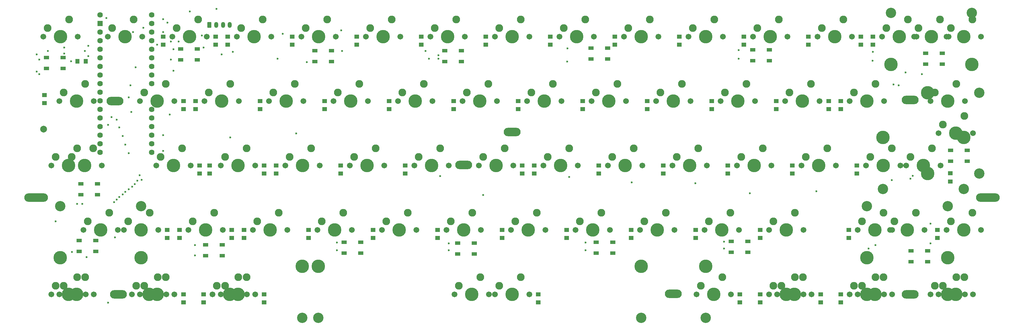
<source format=gbr>
%TF.GenerationSoftware,KiCad,Pcbnew,(6.0.7-1)-1*%
%TF.CreationDate,2022-08-17T06:23:28+02:00*%
%TF.ProjectId,plain60-flex-edition,706c6169-6e36-4302-9d66-6c65782d6564,rev?*%
%TF.SameCoordinates,Original*%
%TF.FileFunction,Soldermask,Bot*%
%TF.FilePolarity,Negative*%
%FSLAX46Y46*%
G04 Gerber Fmt 4.6, Leading zero omitted, Abs format (unit mm)*
G04 Created by KiCad (PCBNEW (6.0.7-1)-1) date 2022-08-17 06:23:28*
%MOMM*%
%LPD*%
G01*
G04 APERTURE LIST*
G04 Aperture macros list*
%AMRoundRect*
0 Rectangle with rounded corners*
0 $1 Rounding radius*
0 $2 $3 $4 $5 $6 $7 $8 $9 X,Y pos of 4 corners*
0 Add a 4 corners polygon primitive as box body*
4,1,4,$2,$3,$4,$5,$6,$7,$8,$9,$2,$3,0*
0 Add four circle primitives for the rounded corners*
1,1,$1+$1,$2,$3*
1,1,$1+$1,$4,$5*
1,1,$1+$1,$6,$7*
1,1,$1+$1,$8,$9*
0 Add four rect primitives between the rounded corners*
20,1,$1+$1,$2,$3,$4,$5,0*
20,1,$1+$1,$4,$5,$6,$7,0*
20,1,$1+$1,$6,$7,$8,$9,0*
20,1,$1+$1,$8,$9,$2,$3,0*%
G04 Aperture macros list end*
%ADD10C,1.701800*%
%ADD11C,3.987800*%
%ADD12C,2.286000*%
%ADD13C,3.048000*%
%ADD14O,7.000000X2.500000*%
%ADD15O,5.000000X2.500000*%
%ADD16R,1.400000X1.200000*%
%ADD17C,2.000000*%
%ADD18R,1.200000X1.400000*%
%ADD19R,1.500000X1.000000*%
%ADD20RoundRect,0.250000X-0.350000X-0.625000X0.350000X-0.625000X0.350000X0.625000X-0.350000X0.625000X0*%
%ADD21O,1.200000X1.750000*%
%ADD22C,1.625600*%
%ADD23RoundRect,0.025400X0.736600X0.736600X-0.736600X0.736600X-0.736600X-0.736600X0.736600X-0.736600X0*%
%ADD24C,0.600000*%
G04 APERTURE END LIST*
D10*
%TO.C,K19*%
X71120000Y-28575000D03*
X81280000Y-28575000D03*
D11*
X76200000Y-28575000D03*
D12*
X78740000Y-23495000D03*
X72390000Y-26035000D03*
%TD*%
D10*
%TO.C,K20*%
X90170000Y-28575000D03*
X100330000Y-28575000D03*
D11*
X95250000Y-28575000D03*
D12*
X97790000Y-23495000D03*
X91440000Y-26035000D03*
%TD*%
D10*
%TO.C,K23*%
X157480000Y-28575000D03*
X147320000Y-28575000D03*
D11*
X152400000Y-28575000D03*
D12*
X154940000Y-23495000D03*
X148590000Y-26035000D03*
%TD*%
D11*
%TO.C,K24*%
X171450000Y-28575000D03*
D10*
X176530000Y-28575000D03*
X166370000Y-28575000D03*
D12*
X173990000Y-23495000D03*
X167640000Y-26035000D03*
%TD*%
D11*
%TO.C,K17*%
X38100000Y-28575000D03*
D10*
X33020000Y-28575000D03*
X43180000Y-28575000D03*
D12*
X40640000Y-23495000D03*
X34290000Y-26035000D03*
%TD*%
D10*
%TO.C,K22*%
X128270000Y-28575000D03*
X138430000Y-28575000D03*
D11*
X133350000Y-28575000D03*
D12*
X135890000Y-23495000D03*
X129540000Y-26035000D03*
%TD*%
D11*
%TO.C,K21*%
X114300000Y-28575000D03*
D10*
X109220000Y-28575000D03*
X119380000Y-28575000D03*
D12*
X116840000Y-23495000D03*
X110490000Y-26035000D03*
%TD*%
D10*
%TO.C,K18*%
X52070000Y-28575000D03*
X62230000Y-28575000D03*
D11*
X57150000Y-28575000D03*
D12*
X59690000Y-23495000D03*
X53340000Y-26035000D03*
%TD*%
%TO.C,K16*%
X10477500Y-26035000D03*
X16827500Y-23495000D03*
D10*
X19367500Y-28575000D03*
X9207500Y-28575000D03*
D11*
X14287500Y-28575000D03*
%TD*%
D13*
%TO.C,K15*%
X254762000Y-2540000D03*
D11*
X266700000Y-9525000D03*
D13*
X278638000Y-2540000D03*
D10*
X261620000Y-9525000D03*
D11*
X278638000Y-17780000D03*
X254762000Y-17780000D03*
D10*
X271780000Y-9525000D03*
D12*
X269240000Y-4445000D03*
X262890000Y-6985000D03*
%TD*%
D10*
%TO.C,K8*%
X147955000Y-9525000D03*
X137795000Y-9525000D03*
D11*
X142875000Y-9525000D03*
D12*
X145415000Y-4445000D03*
X139065000Y-6985000D03*
%TD*%
D10*
%TO.C,K10*%
X186055000Y-9525000D03*
X175895000Y-9525000D03*
D11*
X180975000Y-9525000D03*
D12*
X183515000Y-4445000D03*
X177165000Y-6985000D03*
%TD*%
D11*
%TO.C,K14*%
X257175000Y-9525000D03*
D10*
X252095000Y-9525000D03*
X262255000Y-9525000D03*
D12*
X259715000Y-4445000D03*
X253365000Y-6985000D03*
%TD*%
D10*
%TO.C,K5*%
X80645000Y-9525000D03*
D11*
X85725000Y-9525000D03*
D10*
X90805000Y-9525000D03*
D12*
X88265000Y-4445000D03*
X81915000Y-6985000D03*
%TD*%
D10*
%TO.C,K13*%
X233045000Y-9525000D03*
D11*
X238125000Y-9525000D03*
D10*
X243205000Y-9525000D03*
D12*
X240665000Y-4445000D03*
X234315000Y-6985000D03*
%TD*%
D11*
%TO.C,K12*%
X219075000Y-9525000D03*
D10*
X224155000Y-9525000D03*
X213995000Y-9525000D03*
D12*
X221615000Y-4445000D03*
X215265000Y-6985000D03*
%TD*%
D10*
%TO.C,K11*%
X205105000Y-9525000D03*
D11*
X200025000Y-9525000D03*
D10*
X194945000Y-9525000D03*
D12*
X202565000Y-4445000D03*
X196215000Y-6985000D03*
%TD*%
D10*
%TO.C,K9*%
X167005000Y-9525000D03*
X156845000Y-9525000D03*
D11*
X161925000Y-9525000D03*
D12*
X164465000Y-4445000D03*
X158115000Y-6985000D03*
%TD*%
D10*
%TO.C,K7*%
X128905000Y-9525000D03*
D11*
X123825000Y-9525000D03*
D10*
X118745000Y-9525000D03*
D12*
X126365000Y-4445000D03*
X120015000Y-6985000D03*
%TD*%
D11*
%TO.C,K6*%
X104775000Y-9525000D03*
D10*
X99695000Y-9525000D03*
X109855000Y-9525000D03*
D12*
X107315000Y-4445000D03*
X100965000Y-6985000D03*
%TD*%
D10*
%TO.C,K4*%
X71755000Y-9525000D03*
D11*
X66675000Y-9525000D03*
D10*
X61595000Y-9525000D03*
D12*
X69215000Y-4445000D03*
X62865000Y-6985000D03*
%TD*%
D10*
%TO.C,K2*%
X33655000Y-9525000D03*
X23495000Y-9525000D03*
D11*
X28575000Y-9525000D03*
D12*
X31115000Y-4445000D03*
X24765000Y-6985000D03*
%TD*%
D11*
%TO.C,K1*%
X9525000Y-9525000D03*
D10*
X4445000Y-9525000D03*
X14605000Y-9525000D03*
D12*
X12065000Y-4445000D03*
X5715000Y-6985000D03*
%TD*%
D11*
%TO.C,K3*%
X47625000Y-9525000D03*
D10*
X42545000Y-9525000D03*
X52705000Y-9525000D03*
D12*
X50165000Y-4445000D03*
X43815000Y-6985000D03*
%TD*%
D10*
%TO.C,K62-1*%
X43180000Y-85725000D03*
D11*
X38100000Y-85725000D03*
D10*
X33020000Y-85725000D03*
D12*
X40640000Y-80645000D03*
X34290000Y-83185000D03*
%TD*%
D10*
%TO.C,K71*%
X197326250Y-85725000D03*
D11*
X202406250Y-85725000D03*
D10*
X207486250Y-85725000D03*
D12*
X204946250Y-80645000D03*
X198596250Y-83185000D03*
%TD*%
D10*
%TO.C,K53*%
X152717500Y-66675000D03*
X142557500Y-66675000D03*
D11*
X147637500Y-66675000D03*
D12*
X150177500Y-61595000D03*
X143827500Y-64135000D03*
%TD*%
D10*
%TO.C,K58-1*%
X244951460Y-66675056D03*
X255111460Y-66675056D03*
D11*
X250031460Y-66675056D03*
D12*
X252571460Y-61595056D03*
X246221460Y-64135056D03*
%TD*%
D11*
%TO.C,K57*%
X223837500Y-66675000D03*
D10*
X228917500Y-66675000D03*
X218757500Y-66675000D03*
D12*
X226377500Y-61595000D03*
X220027500Y-64135000D03*
%TD*%
D10*
%TO.C,K54*%
X171767500Y-66675000D03*
D11*
X166687500Y-66675000D03*
D10*
X161607500Y-66675000D03*
D12*
X169227500Y-61595000D03*
X162877500Y-64135000D03*
%TD*%
D10*
%TO.C,K56*%
X209867500Y-66675000D03*
D11*
X204787500Y-66675000D03*
D10*
X199707500Y-66675000D03*
D12*
X207327500Y-61595000D03*
X200977500Y-64135000D03*
%TD*%
D10*
%TO.C,K52*%
X123507500Y-66675000D03*
D11*
X128587500Y-66675000D03*
D10*
X133667500Y-66675000D03*
D12*
X131127500Y-61595000D03*
X124777500Y-64135000D03*
%TD*%
D10*
%TO.C,K55*%
X190817500Y-66675000D03*
D11*
X185737500Y-66675000D03*
D10*
X180657500Y-66675000D03*
D12*
X188277500Y-61595000D03*
X181927500Y-64135000D03*
%TD*%
D10*
%TO.C,K61-1*%
X19367500Y-85725000D03*
X9207500Y-85725000D03*
D11*
X14287500Y-85725000D03*
D12*
X16827500Y-80645000D03*
X10477500Y-83185000D03*
%TD*%
D11*
%TO.C,K15-1*%
X276225000Y-9525000D03*
D10*
X271145000Y-9525000D03*
X281305000Y-9525000D03*
D12*
X278765000Y-4445000D03*
X272415000Y-6985000D03*
%TD*%
D10*
%TO.C,K74*%
X268763750Y-85725072D03*
X278923750Y-85725072D03*
D11*
X273843750Y-85725072D03*
D12*
X276383750Y-80645072D03*
X270033750Y-83185072D03*
%TD*%
D10*
%TO.C,K73*%
X255111250Y-85725000D03*
D11*
X250031250Y-85725000D03*
D10*
X244951250Y-85725000D03*
D12*
X252571250Y-80645000D03*
X246221250Y-83185000D03*
%TD*%
D10*
%TO.C,K28*%
X252730000Y-28575000D03*
X242570000Y-28575000D03*
D11*
X247650000Y-28575000D03*
D12*
X250190000Y-23495000D03*
X243840000Y-26035000D03*
%TD*%
D10*
%TO.C,K48*%
X47307500Y-66675000D03*
D11*
X52387500Y-66675000D03*
D10*
X57467500Y-66675000D03*
D12*
X54927500Y-61595000D03*
X48577500Y-64135000D03*
%TD*%
D10*
%TO.C,K25*%
X195580000Y-28575000D03*
D11*
X190500000Y-28575000D03*
D10*
X185420000Y-28575000D03*
D12*
X193040000Y-23495000D03*
X186690000Y-26035000D03*
%TD*%
D10*
%TO.C,K36*%
X124142500Y-47625000D03*
D11*
X119062500Y-47625000D03*
D10*
X113982500Y-47625000D03*
D12*
X121602500Y-42545000D03*
X115252500Y-45085000D03*
%TD*%
D10*
%TO.C,K33*%
X66992500Y-47625000D03*
X56832500Y-47625000D03*
D11*
X61912500Y-47625000D03*
D12*
X64452500Y-42545000D03*
X58102500Y-45085000D03*
%TD*%
D10*
%TO.C,K63*%
X54451250Y-85725000D03*
X64611250Y-85725000D03*
D11*
X59531250Y-85725000D03*
D12*
X62071250Y-80645000D03*
X55721250Y-83185000D03*
%TD*%
D13*
%TO.C,K44*%
X252380750Y-54610000D03*
D10*
X269398750Y-47625000D03*
D11*
X276256750Y-39370000D03*
D13*
X276256750Y-54610000D03*
D11*
X264318750Y-47625000D03*
D10*
X259238750Y-47625000D03*
D11*
X252380750Y-39370000D03*
D12*
X266858750Y-42545000D03*
X260508750Y-45085000D03*
%TD*%
D10*
%TO.C,K72*%
X231298750Y-85725000D03*
X221138750Y-85725000D03*
D11*
X226218750Y-85725000D03*
D12*
X228758750Y-80645000D03*
X222408750Y-83185000D03*
%TD*%
D10*
%TO.C,K59*%
X271145000Y-66675000D03*
D11*
X276225000Y-66675000D03*
D10*
X281305000Y-66675000D03*
D12*
X278765000Y-61595000D03*
X272415000Y-64135000D03*
%TD*%
D10*
%TO.C,K39*%
X171132500Y-47625000D03*
X181292500Y-47625000D03*
D11*
X176212500Y-47625000D03*
D12*
X178752500Y-42545000D03*
X172402500Y-45085000D03*
%TD*%
D10*
%TO.C,K61*%
X16986250Y-85725000D03*
D11*
X11906250Y-85725000D03*
D10*
X6826250Y-85725000D03*
D12*
X14446250Y-80645000D03*
X8096250Y-83185000D03*
%TD*%
D11*
%TO.C,K29*%
X271462500Y-28575000D03*
D10*
X266382500Y-28575000D03*
X276542500Y-28575000D03*
D12*
X274002500Y-23495000D03*
X267652500Y-26035000D03*
%TD*%
D10*
%TO.C,K27*%
X223520000Y-28575000D03*
X233680000Y-28575000D03*
D11*
X228600000Y-28575000D03*
D12*
X231140000Y-23495000D03*
X224790000Y-26035000D03*
%TD*%
D10*
%TO.C,K63-1*%
X56832500Y-85725000D03*
D11*
X61912500Y-85725000D03*
D10*
X66992500Y-85725000D03*
D12*
X64452500Y-80645000D03*
X58102500Y-83185000D03*
%TD*%
D10*
%TO.C,K50*%
X85407500Y-66675000D03*
X95567500Y-66675000D03*
D11*
X90487500Y-66675000D03*
D12*
X93027500Y-61595000D03*
X86677500Y-64135000D03*
%TD*%
D10*
%TO.C,K34*%
X86042500Y-47625000D03*
X75882500Y-47625000D03*
D11*
X80962500Y-47625000D03*
D12*
X83502500Y-42545000D03*
X77152500Y-45085000D03*
%TD*%
D11*
%TO.C,K47*%
X33337500Y-66675000D03*
D10*
X38417500Y-66675000D03*
X28257500Y-66675000D03*
D12*
X35877500Y-61595000D03*
X29527500Y-64135000D03*
%TD*%
D11*
%TO.C,K43*%
X252412500Y-47625000D03*
D10*
X257492500Y-47625000D03*
X247332500Y-47625000D03*
D12*
X254952500Y-42545000D03*
X248602500Y-45085000D03*
%TD*%
D11*
%TO.C,K38*%
X157162500Y-47625000D03*
D10*
X162242500Y-47625000D03*
X152082500Y-47625000D03*
D12*
X159702500Y-42545000D03*
X153352500Y-45085000D03*
%TD*%
D10*
%TO.C,K35*%
X94932500Y-47625000D03*
D11*
X100012500Y-47625000D03*
D10*
X105092500Y-47625000D03*
D12*
X102552500Y-42545000D03*
X96202500Y-45085000D03*
%TD*%
D10*
%TO.C,K32*%
X21748750Y-47625000D03*
D11*
X16668750Y-47625000D03*
D10*
X11588750Y-47625000D03*
D12*
X19208750Y-42545000D03*
X12858750Y-45085000D03*
%TD*%
D10*
%TO.C,K40*%
X190182500Y-47625000D03*
D11*
X195262500Y-47625000D03*
D10*
X200342500Y-47625000D03*
D12*
X197802500Y-42545000D03*
X191452500Y-45085000D03*
%TD*%
D13*
%TO.C,K46*%
X33369250Y-59690000D03*
D11*
X33369250Y-74930000D03*
D13*
X9493250Y-59690000D03*
D10*
X16351250Y-66675000D03*
D11*
X21431250Y-66675000D03*
D10*
X26511250Y-66675000D03*
D11*
X9493250Y-74930000D03*
D12*
X23971250Y-61595000D03*
X17621250Y-64135000D03*
%TD*%
D10*
%TO.C,K42*%
X228282500Y-47625000D03*
X238442500Y-47625000D03*
D11*
X233362500Y-47625000D03*
D12*
X235902500Y-42545000D03*
X229552500Y-45085000D03*
%TD*%
D11*
%TO.C,K41*%
X214312500Y-47625000D03*
D10*
X209232500Y-47625000D03*
X219392500Y-47625000D03*
D12*
X216852500Y-42545000D03*
X210502500Y-45085000D03*
%TD*%
D10*
%TO.C,K26*%
X204470000Y-28575000D03*
D11*
X209550000Y-28575000D03*
D10*
X214630000Y-28575000D03*
D12*
X212090000Y-23495000D03*
X205740000Y-26035000D03*
%TD*%
D10*
%TO.C,K37*%
X143192500Y-47625000D03*
X133032500Y-47625000D03*
D11*
X138112500Y-47625000D03*
D12*
X140652500Y-42545000D03*
X134302500Y-45085000D03*
%TD*%
D11*
%TO.C,K51*%
X109537500Y-66675000D03*
D10*
X114617500Y-66675000D03*
X104457500Y-66675000D03*
D12*
X112077500Y-61595000D03*
X105727500Y-64135000D03*
%TD*%
D10*
%TO.C,K73-1*%
X242570000Y-85725000D03*
X252730000Y-85725000D03*
D11*
X247650000Y-85725000D03*
D12*
X250190000Y-80645000D03*
X243840000Y-83185000D03*
%TD*%
D11*
%TO.C,K62*%
X35718750Y-85725000D03*
D10*
X40798750Y-85725000D03*
X30638750Y-85725000D03*
D12*
X38258750Y-80645000D03*
X31908750Y-83185000D03*
%TD*%
D10*
%TO.C,K49*%
X66357500Y-66675000D03*
D11*
X71437500Y-66675000D03*
D10*
X76517500Y-66675000D03*
D12*
X73977500Y-61595000D03*
X67627500Y-64135000D03*
%TD*%
D10*
%TO.C,K72-1*%
X218757500Y-85725000D03*
X228917500Y-85725000D03*
D11*
X223837500Y-85725000D03*
D12*
X226377500Y-80645000D03*
X220027500Y-83185000D03*
%TD*%
D10*
%TO.C,K74-1*%
X276542728Y-85725072D03*
D11*
X271462728Y-85725072D03*
D10*
X266382728Y-85725072D03*
D12*
X274002728Y-80645072D03*
X267652728Y-83185072D03*
%TD*%
D14*
%TO.C,S5*%
X283368988Y-57125000D03*
%TD*%
D11*
%TO.C,K58*%
X247618468Y-74930000D03*
X271494468Y-74930000D03*
D13*
X271494468Y-59690000D03*
D10*
X264636468Y-66675000D03*
X254476468Y-66675000D03*
D11*
X259556468Y-66675000D03*
D13*
X247618468Y-59690000D03*
D12*
X262096468Y-61595000D03*
X255746468Y-64135000D03*
%TD*%
D13*
%TO.C,K67*%
X181006750Y-92710000D03*
X80930750Y-92710000D03*
D10*
X136048750Y-85725000D03*
X125888750Y-85725000D03*
D11*
X181006750Y-77470000D03*
X80930750Y-77470000D03*
X130968750Y-85725000D03*
D12*
X133508750Y-80645000D03*
X127158750Y-83185000D03*
%TD*%
D15*
%TO.C,S8*%
X26625000Y-85725072D03*
%TD*%
%TO.C,S7*%
X142875000Y-37750000D03*
%TD*%
%TO.C,S9*%
X260430000Y-85725072D03*
%TD*%
%TO.C,S2*%
X260425000Y-28227050D03*
%TD*%
%TO.C,S1*%
X25600000Y-28575024D03*
%TD*%
%TO.C,S3*%
X128587608Y-47425040D03*
%TD*%
%TO.C,S6*%
X190500160Y-85525000D03*
%TD*%
D11*
%TO.C,K67-1*%
X85693250Y-77470000D03*
D13*
X85693250Y-92710000D03*
X200056750Y-92710000D03*
D10*
X147955000Y-85725000D03*
D11*
X142875000Y-85725000D03*
D10*
X137795000Y-85725000D03*
D11*
X200056750Y-77470000D03*
D12*
X145415000Y-80645000D03*
X139065000Y-83185000D03*
%TD*%
D10*
%TO.C,K44-1*%
X268763980Y-38100000D03*
D11*
X273843980Y-38100000D03*
D13*
X280828980Y-26162000D03*
D10*
X278923980Y-38100000D03*
D11*
X265588980Y-26162000D03*
X265588980Y-50038000D03*
D13*
X280828980Y-50038000D03*
D12*
X276383980Y-33020000D03*
X270033980Y-35560000D03*
%TD*%
D10*
%TO.C,K31-1*%
X16986250Y-47625000D03*
X6826250Y-47625000D03*
D11*
X11906250Y-47625000D03*
D12*
X14446250Y-42545000D03*
X8096250Y-45085000D03*
%TD*%
D11*
%TO.C,K31*%
X42862500Y-47625000D03*
D10*
X37782500Y-47625000D03*
X47942500Y-47625000D03*
D12*
X45402500Y-42545000D03*
X39052500Y-45085000D03*
%TD*%
D14*
%TO.C,S4*%
X2381252Y-57125000D03*
%TD*%
D16*
%TO.C,D73*%
X239911139Y-88115698D03*
X239911139Y-85715698D03*
%TD*%
%TO.C,D72*%
X216098619Y-88115698D03*
X216098619Y-85715698D03*
%TD*%
%TO.C,D71*%
X210145489Y-88115698D03*
X210145489Y-85715698D03*
%TD*%
%TO.C,D67*%
X150614189Y-88115698D03*
X150614189Y-85715698D03*
%TD*%
%TO.C,D63*%
X69651621Y-88115698D03*
X69651621Y-85715698D03*
%TD*%
%TO.C,D59*%
X268486163Y-69065682D03*
X268486163Y-66665682D03*
%TD*%
%TO.C,D58*%
X242292391Y-69065682D03*
X242292391Y-66665682D03*
%TD*%
%TO.C,D57*%
X216098619Y-69065682D03*
X216098619Y-66665682D03*
%TD*%
%TO.C,D56*%
X197048603Y-69065682D03*
X197048603Y-66665682D03*
%TD*%
%TO.C,D53*%
X139898555Y-69065682D03*
X139898555Y-66665682D03*
%TD*%
%TO.C,D51*%
X101798523Y-69065682D03*
X101798523Y-66665682D03*
%TD*%
%TO.C,D50*%
X82748507Y-69065682D03*
X82748507Y-66665682D03*
%TD*%
%TO.C,D27*%
X220861123Y-30965650D03*
X220861123Y-28565650D03*
%TD*%
%TO.C,D42*%
X225623627Y-50015666D03*
X225623627Y-47615666D03*
%TD*%
%TO.C,D18*%
X49410979Y-30965650D03*
X49410979Y-28565650D03*
%TD*%
%TO.C,D25*%
X182761091Y-30965650D03*
X182761091Y-28565650D03*
%TD*%
%TO.C,D41*%
X206573611Y-50015666D03*
X206573611Y-47615666D03*
%TD*%
%TO.C,D36*%
X111323531Y-50015666D03*
X111323531Y-47615666D03*
%TD*%
%TO.C,D31*%
X53578170Y-50015666D03*
X53578170Y-47615666D03*
%TD*%
%TO.C,D40*%
X187523595Y-50015666D03*
X187523595Y-47615666D03*
%TD*%
%TO.C,D37*%
X145851685Y-50015666D03*
X145851685Y-47615666D03*
%TD*%
%TO.C,D32*%
X50601605Y-50015666D03*
X50601605Y-47615666D03*
%TD*%
%TO.C,D34*%
X73223499Y-50015666D03*
X73223499Y-47615666D03*
%TD*%
%TO.C,D21*%
X106561027Y-30965650D03*
X106561027Y-28565650D03*
%TD*%
%TO.C,D26*%
X201811107Y-30965650D03*
X201811107Y-28565650D03*
%TD*%
%TO.C,D22*%
X125611043Y-30965650D03*
X125611043Y-28565650D03*
%TD*%
%TO.C,D24*%
X163711075Y-30965650D03*
X163711075Y-28565650D03*
%TD*%
%TO.C,D43*%
X244673643Y-50015666D03*
X244673643Y-47615666D03*
%TD*%
%TO.C,D38*%
X149423563Y-50015666D03*
X149423563Y-47615666D03*
%TD*%
%TO.C,D35*%
X92273515Y-50015666D03*
X92273515Y-47615666D03*
%TD*%
%TO.C,D48*%
X60126613Y-69065682D03*
X60126613Y-66665682D03*
%TD*%
%TO.C,D54*%
X158948571Y-69065682D03*
X158948571Y-66665682D03*
%TD*%
%TO.C,D44*%
X272297287Y-52356061D03*
X272297287Y-49956061D03*
%TD*%
%TO.C,D62*%
X51792231Y-88115698D03*
X51792231Y-85715698D03*
%TD*%
%TO.C,D39*%
X168473579Y-50015666D03*
X168473579Y-47615666D03*
%TD*%
%TO.C,D20*%
X87511011Y-30965650D03*
X87511011Y-28565650D03*
%TD*%
%TO.C,D28*%
X239911139Y-30965650D03*
X239911139Y-28565650D03*
%TD*%
%TO.C,D33*%
X69651621Y-50015666D03*
X69651621Y-47615666D03*
%TD*%
%TO.C,D23*%
X144661059Y-30965650D03*
X144661059Y-28565650D03*
%TD*%
%TO.C,D55*%
X177998587Y-69065682D03*
X177998587Y-66665682D03*
%TD*%
%TO.C,D52*%
X120848539Y-69065682D03*
X120848539Y-66665682D03*
%TD*%
%TO.C,D19*%
X68460995Y-30965650D03*
X68460995Y-28565650D03*
%TD*%
%TO.C,D10*%
X173236083Y-11915634D03*
X173236083Y-9515634D03*
%TD*%
%TO.C,D14*%
X249436147Y-11915634D03*
X249436147Y-9515634D03*
%TD*%
%TO.C,D9*%
X154186067Y-11915634D03*
X154186067Y-9515634D03*
%TD*%
%TO.C,D13*%
X230386131Y-11915634D03*
X230386131Y-9515634D03*
%TD*%
%TO.C,D11*%
X192286099Y-11915634D03*
X192286099Y-9515634D03*
%TD*%
%TO.C,D15*%
X245864269Y-11915634D03*
X245864269Y-9515634D03*
%TD*%
%TO.C,D17*%
X45839101Y-30965650D03*
X45839101Y-28565650D03*
%TD*%
%TO.C,D16*%
X4835287Y-29172061D03*
X4835287Y-26772061D03*
%TD*%
%TO.C,D12*%
X211336115Y-11915634D03*
X211336115Y-9515634D03*
%TD*%
%TO.C,D7*%
X116086035Y-11915634D03*
X116086035Y-9515634D03*
%TD*%
%TO.C,D3*%
X55364109Y-11915634D03*
X55364109Y-9515634D03*
%TD*%
%TO.C,D5*%
X77986003Y-11915634D03*
X77986003Y-9515634D03*
%TD*%
%TO.C,D8*%
X135136051Y-11915634D03*
X135136051Y-9515634D03*
%TD*%
%TO.C,D6*%
X97036019Y-11915634D03*
X97036019Y-9515634D03*
%TD*%
%TO.C,D4*%
X58935987Y-11915634D03*
X58935987Y-9515634D03*
%TD*%
D17*
%TO.C,H1*%
X4524382Y-36909406D03*
%TD*%
D16*
%TO.C,D74*%
X233958009Y-88115698D03*
X233958009Y-85715698D03*
%TD*%
%TO.C,D49*%
X63698491Y-69065682D03*
X63698491Y-66665682D03*
%TD*%
%TO.C,D46*%
X41076597Y-69065682D03*
X41076597Y-66665682D03*
%TD*%
%TO.C,D29*%
X236339261Y-30965650D03*
X236339261Y-28565650D03*
%TD*%
D18*
%TO.C,D1*%
X16957287Y-16796061D03*
X14557287Y-16796061D03*
%TD*%
D16*
%TO.C,D47*%
X44648475Y-69065682D03*
X44648475Y-66665682D03*
%TD*%
%TO.C,D2*%
X39885971Y-11915634D03*
X39885971Y-9515634D03*
%TD*%
%TO.C,D61*%
X45839101Y-88115698D03*
X45839101Y-85715698D03*
%TD*%
D19*
%TO.C,LED8*%
X277287287Y-43136061D03*
X277287287Y-46336061D03*
X272387287Y-46336061D03*
X272387287Y-43136061D03*
%TD*%
%TO.C,LED5*%
X171115287Y-12910061D03*
X171115287Y-16110061D03*
X166215287Y-16110061D03*
X166215287Y-12910061D03*
%TD*%
%TO.C,LED12*%
X126845287Y-73768061D03*
X126845287Y-70568061D03*
X131745287Y-70568061D03*
X131745287Y-73768061D03*
%TD*%
%TO.C,LED1*%
X10333287Y-15704061D03*
X10333287Y-18904061D03*
X5433287Y-18904061D03*
X5433287Y-15704061D03*
%TD*%
D20*
%TO.C,J1*%
X53518574Y-6018077D03*
D21*
X55518574Y-6018077D03*
X57518574Y-6018077D03*
X59518574Y-6018077D03*
%TD*%
D19*
%TO.C,LED7*%
X269921287Y-14434061D03*
X269921287Y-17634061D03*
X265021287Y-17634061D03*
X265021287Y-14434061D03*
%TD*%
%TO.C,LED11*%
X167739287Y-73514061D03*
X167739287Y-70314061D03*
X172639287Y-70314061D03*
X172639287Y-73514061D03*
%TD*%
%TO.C,LED15*%
X19985287Y-69806061D03*
X19985287Y-73006061D03*
X15085287Y-73006061D03*
X15085287Y-69806061D03*
%TD*%
%TO.C,LED10*%
X207617287Y-73260061D03*
X207617287Y-70060061D03*
X212517287Y-70060061D03*
X212517287Y-73260061D03*
%TD*%
%TO.C,LED4*%
X127935287Y-13672061D03*
X127935287Y-16872061D03*
X123035287Y-16872061D03*
X123035287Y-13672061D03*
%TD*%
%TO.C,LED6*%
X218867287Y-13418061D03*
X218867287Y-16618061D03*
X213967287Y-16618061D03*
X213967287Y-13418061D03*
%TD*%
%TO.C,LED16*%
X20493287Y-53042061D03*
X20493287Y-56242061D03*
X15593287Y-56242061D03*
X15593287Y-53042061D03*
%TD*%
%TO.C,LED14*%
X52423287Y-74276061D03*
X52423287Y-71076061D03*
X57323287Y-71076061D03*
X57323287Y-74276061D03*
%TD*%
D22*
%TO.C,U1*%
X36478287Y-3080061D03*
X36478287Y-5620061D03*
X36478287Y-8160061D03*
X36478287Y-10700061D03*
X36478287Y-13240061D03*
X36478287Y-15780061D03*
X36478287Y-18320061D03*
X36478287Y-20860061D03*
X36478287Y-23400061D03*
X36478287Y-31020061D03*
X36478287Y-33560061D03*
X36478287Y-36100061D03*
X36478287Y-38640061D03*
X36478287Y-41180061D03*
X36478287Y-43720061D03*
X21238287Y-43720061D03*
X21238287Y-41180061D03*
X21238287Y-38640061D03*
X21238287Y-36100061D03*
X21238287Y-33560061D03*
X21238287Y-31020061D03*
X21238287Y-28480061D03*
X21238287Y-25940061D03*
X21238287Y-23400061D03*
X21238287Y-20860061D03*
X21238287Y-18320061D03*
X21238287Y-15780061D03*
X21238287Y-13240061D03*
X21238287Y-10700061D03*
X21238287Y-8160061D03*
D23*
X21238287Y-5620061D03*
D22*
X21238287Y-3080061D03*
%TD*%
D19*
%TO.C,LED9*%
X260703287Y-76054061D03*
X260703287Y-72854061D03*
X265603287Y-72854061D03*
X265603287Y-76054061D03*
%TD*%
%TO.C,LED13*%
X93317287Y-73514061D03*
X93317287Y-70314061D03*
X98217287Y-70314061D03*
X98217287Y-73514061D03*
%TD*%
%TO.C,LED2*%
X49957287Y-13164061D03*
X49957287Y-16364061D03*
X45057287Y-16364061D03*
X45057287Y-13164061D03*
%TD*%
%TO.C,LED3*%
X89581287Y-13672061D03*
X89581287Y-16872061D03*
X84681287Y-16872061D03*
X84681287Y-13672061D03*
%TD*%
D24*
X47761287Y-2064061D03*
X12963287Y-73184061D03*
X42173287Y-16288061D03*
X75193287Y-8668061D03*
X82305287Y-17050061D03*
X259089287Y-20098061D03*
X14487287Y-58960061D03*
X42173287Y-10954061D03*
X118373287Y-16034061D03*
X255533287Y-23654061D03*
X44459287Y-10954061D03*
X121167287Y-16034061D03*
X17789287Y-12224061D03*
X17789287Y-15272061D03*
X38109406Y-11915634D03*
X12709287Y-16796061D03*
X39887287Y-8160061D03*
X39887287Y-4350061D03*
X41157287Y-5366061D03*
X41781787Y-32544061D03*
X32901715Y-50545741D03*
X30997287Y-8160061D03*
X24647287Y-33306061D03*
X25663287Y-68866061D03*
X23631287Y-88170061D03*
X23631287Y-35592061D03*
X117357287Y-13748061D03*
X23062698Y-4035472D03*
X51825287Y-12732061D03*
X92719287Y-13748061D03*
X2549287Y-19844061D03*
X2549287Y-14764061D03*
X49285287Y-74200061D03*
X92465287Y-7652061D03*
X10677287Y-14510061D03*
X121167287Y-15018061D03*
X10677287Y-12732061D03*
X49285287Y-71152061D03*
X55635287Y-1302061D03*
X51317287Y-9176061D03*
X5851287Y-13748061D03*
X16773287Y-13748061D03*
X8096250Y-64135000D03*
X34045287Y-6890061D03*
X59690000Y-39319845D03*
X39830598Y-43328561D03*
X79117081Y-38159580D03*
X39830598Y-38691673D03*
X73669287Y-16034061D03*
X33537287Y-51848061D03*
X121602500Y-50760253D03*
X31759287Y-18574061D03*
X25409287Y-58452061D03*
X134302500Y-56316497D03*
X30235287Y-23908061D03*
X159702500Y-51038302D03*
X32267287Y-52102061D03*
X31505287Y-53118061D03*
X178216771Y-52605728D03*
X29727287Y-27464061D03*
X196969123Y-52903377D03*
X30489287Y-31782061D03*
X30743287Y-53880061D03*
X26171287Y-34068061D03*
X213042566Y-55879934D03*
X26171287Y-57690061D03*
X232687887Y-55284613D03*
X26933287Y-36354061D03*
X26933287Y-56928061D03*
X27949287Y-38894061D03*
X27949287Y-56166061D03*
X254952500Y-51950767D03*
X28711287Y-55404061D03*
X260508750Y-51553887D03*
X28711287Y-41434061D03*
X29727287Y-54642061D03*
X261133750Y-50640666D03*
X29727287Y-43974061D03*
X42935287Y-13240061D03*
X42935287Y-19590061D03*
X3311287Y-16288061D03*
X3311287Y-20606061D03*
X57159287Y-14764061D03*
X60461287Y-14002061D03*
X159267287Y-12986061D03*
X159191287Y-16872061D03*
X209813287Y-16034061D03*
X209813287Y-13494061D03*
X249437287Y-14002061D03*
X249361287Y-16618061D03*
X257057287Y-23908061D03*
X263915287Y-20606061D03*
X266455287Y-70644061D03*
X266455287Y-64802061D03*
X250199287Y-71152061D03*
X248167287Y-72168061D03*
X205495287Y-70136061D03*
X205495287Y-72168061D03*
X164601287Y-70390061D03*
X164601287Y-72676061D03*
X124215287Y-72676061D03*
X124215287Y-70644061D03*
X91195287Y-70390061D03*
X91195287Y-72676061D03*
X16011287Y-58960061D03*
X17281287Y-74708061D03*
M02*

</source>
